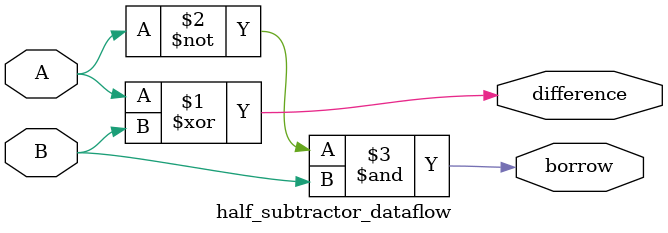
<source format=v>
module half_subtractor_dataflow(
    input A, B,
    output wire difference, borrow
);
    assign difference=A^B;
    assign borrow=~A&B;

endmodule
</source>
